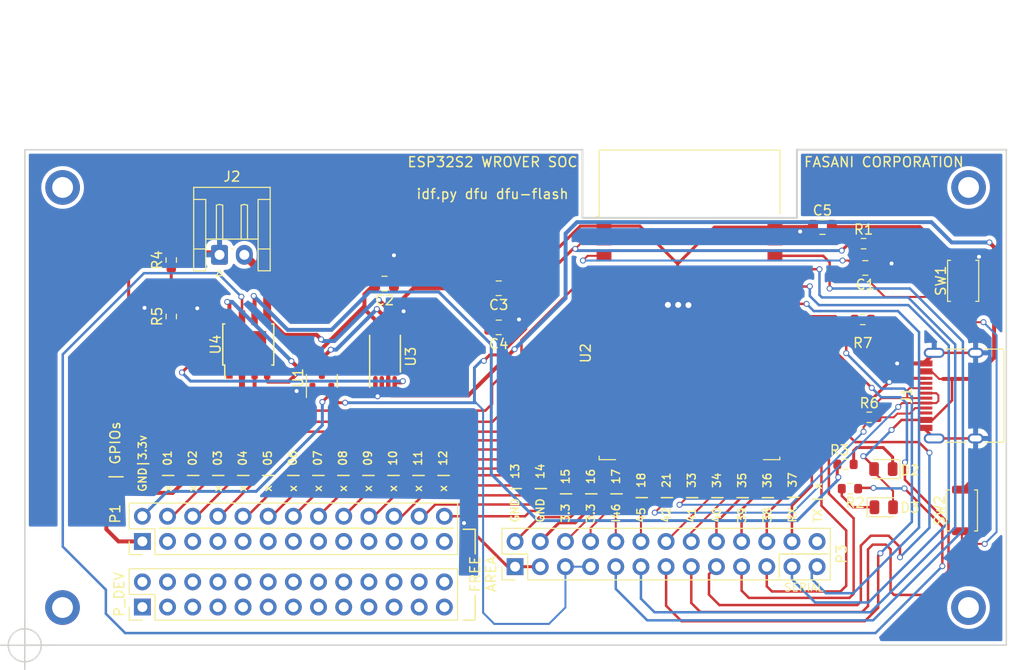
<source format=kicad_pcb>
(kicad_pcb (version 20211014) (generator pcbnew)
  (layers (0 "F.Cu" signal) (31 "B.Cu" signal) (34 "B.Paste" user) (35 "F.Paste" user) (36 "B.SilkS" user "B.Silkscreen") (37 "F.SilkS" user "F.Silkscreen") (38 "B.Mask" user) (39 "F.Mask" user) (44 "Edge.Cuts" user))
  (net 0 "")
  (net 1 "GND")
  (net 2 "Net-(J1-PadA6)")
  (net 3 "Net-(J1-PadB5)")
  (net 5 "Net-(J1-PadA7)")
  (net 6 "Net-(J1-PadA5)")
  (net 8 "VBUS")
  (net 9 "VIN")
  (net 10 "BAT+")
  (net 11 "Net-(R4-Pad1)")
  (net 13 "BOOT_MODE")
  (net 14 "Net-(C5-Pad2)")
  (net 15 "Net-(R5-Pad1)")
  (net 16 "Net-(R2-Pad2)")
  (net 17 "Net-(R3-Pad2)")
  (net 19 "Net-(D3-Pad1)")
  (net 20 "Net-(D2-Pad1)")
  (net 21 "/3.3v")
  (net 22 "/IO01")
  (net 23 "/IO02")
  (net 24 "/IO03")
  (net 25 "/IO04")
  (net 26 "/IO05")
  (net 27 "/IO06")
  (net 28 "/IO07")
  (net 29 "/IO08")
  (net 30 "/IO09")
  (net 31 "/IO10")
  (net 32 "/IO11")
  (net 33 "/IO12")
  (net 34 "/IO13")
  (net 35 "/IO14")
  (net 36 "/IO15")
  (net 37 "/IO16")
  (net 38 "/IO17")
  (net 39 "/IO18")
  (net 40 "/IO21")
  (net 42 "/IO33")
  (net 43 "/IO34")
  (net 44 "/IO35")
  (net 45 "/IO36")
  (net 46 "/IO37")
  (net 47 "/IO38")
  (net 48 "/IO39")
  (net 49 "/IO40")
  (net 50 "/IO41")
  (net 51 "/IO42")
  (net 52 "/TX")
  (net 53 "/RX")
  (net 54 "/IO45")
  (net 55 "/IO46")
  (footprint "Mounting_Holes:MountingHole_3-5mm" (layer "F.Cu") (at 191.76 117.33)
    (fp_text reference "MK2" hide)
    (fp_text value "Mounting_Hole" hide)
  )
  (footprint "Mounting_Holes:MountingHole_3-5mm" (layer "F.Cu") (at 100.32 117.33)
    (fp_text reference "MK1" hide)
    (fp_text value "Mounting_Hole" hide)
  )
  (footprint "Mounting_Holes:MountingHole_3-5mm" (layer "F.Cu") (at 100.33 74.93)
    (fp_text reference "MK2" hide)
    (fp_text value "Mounting_Hole" hide)
  )
  (footprint "Mounting_Holes:MountingHole_3-5mm" (layer "F.Cu") (at 191.77 74.93)
    (fp_text reference "MK3" hide)
    (fp_text value "Mounting_Hole" hide)
  )
  (footprint "RF_Module:ESP32-S2-WROVER" (layer "F.Cu") (at 163.6 90.605)
    (fp_text reference "U2")
    (fp_text value "ESP32-S2-WROVER")
  )
  (footprint "Resistor_SMD:R_0603_1608Metric" (layer "F.Cu") (at 179.345 102.88 180)
    (fp_text reference "R2")
    (fp_text value "1K")
  )
  (footprint "Resistor_SMD:R_0603_1608Metric" (layer "F.Cu") (at 181.0875 88.255 180)
    (fp_text reference "R7")
    (fp_text value "5.1k")
  )
  (footprint "footprint:Alps_SKRK" (layer "F.Cu") (at 191.095 107.53 90)
    (fp_text reference "SW2")
    (fp_text value "BOOT")
  )
  (footprint "LED_SMD:LED_0805_2012Metric" (layer "F.Cu") (at 183.2075 107.205)
    (fp_text reference "D3")
    (fp_text value "RED")
  )
  (footprint "Resistor_SMD:R_0603_1608Metric" (layer "F.Cu") (at 111.295 82.255 90)
    (fp_text reference "R4")
    (fp_text value "400")
  )
  (footprint "Capacitor_SMD:C_0805_2012Metric" (layer "F.Cu") (at 144.345 89.055 180)
    (fp_text reference "C4")
    (fp_text value "100nF")
  )
  (footprint "TP4056:TP4056_SOP-8-PP" (layer "F.Cu") (at 119.07 90.78 90)
    (fp_text reference "U4")
    (fp_text value "TP4056")
  )
  (footprint "Package_TO_SOT_SMD:SOT-23" (layer "F.Cu") (at 126.495 94.455 90)
    (fp_text reference "U1")
    (fp_text value "MCP1700-1202E_SOT23")
  )
  (footprint "LED_SMD:LED_0805_2012Metric" (layer "F.Cu") (at 183.1675 103.355 180)
    (fp_text reference "D2")
    (fp_text value "GRE")
  )
  (footprint "Resistor_SMD:R_0603_1608Metric" (layer "F.Cu") (at 181.745 98.13)
    (fp_text reference "R6")
    (fp_text value "5.1k")
  )
  (footprint "Capacitor_SMD:C_0805_2012Metric" (layer "F.Cu") (at 181.345 83.055 180)
    (fp_text reference "C1")
    (fp_text value "0.1u")
  )
  (footprint "Resistor_SMD:R_0603_1608Metric" (layer "F.Cu") (at 181.17 80.605)
    (fp_text reference "R1")
    (fp_text value "10K")
  )
  (footprint "Connector_JST:JST_EH_S2B-EH_1x02_P2.50mm_Horizontal" (layer "F.Cu") (at 116.17 81.73)
    (fp_text reference "J2")
    (fp_text value "Jack-DC")
  )
  (footprint "footprint:Alps_SKRK" (layer "F.Cu") (at 191.22 84.355 90)
    (fp_text reference "SW1")
    (fp_text value "RESET")
  )
  (footprint "Connector_PinHeader_2.54mm:PinHeader_2x13_P2.54mm_Vertical" (layer "F.Cu") (at 108.38 117.28 90)
    (fp_text reference "P_DEV")
    (fp_text value "CONN_02X13")
  )
  (footprint "footprint:USB_C_Receptacle_HRO_TYPE-C-31-M-12" (layer "F.Cu") (at 191.43 95.9425 90)
    (fp_text reference "J1")
    (fp_text value "USB_C_Receptacle_USB2.0")
  )
  (footprint "Connector_PinHeader_2.54mm:PinHeader_2x13_P2.54mm_Vertical" (layer "F.Cu") (at 108.38 110.655 90)
    (fp_text reference "P1   | GPIOs")
    (fp_text value "CONN_02X13")
  )
  (footprint "Capacitor_SMD:C_0805_2012Metric" (layer "F.Cu") (at 132.82 84.63 180)
    (fp_text reference "C2")
    (fp_text value "100nF")
  )
  (footprint "Capacitor_SMD:C_0805_2012Metric" (layer "F.Cu") (at 177.02 78.93)
    (fp_text reference "C5")
    (fp_text value "0.1u")
  )
  (footprint "Resistor_SMD:R_0603_1608Metric" (layer "F.Cu") (at 111.295 87.955 90)
    (fp_text reference "R5")
    (fp_text value "6.8K")
  )
  (footprint "Connector_PinHeader_2.54mm:PinHeader_2x13_P2.54mm_Vertical" (layer "F.Cu") (at 146 113.205 90)
    (fp_text reference "P3")
    (fp_text value "CONN_02X13")
  )
  (footprint "Resistor_SMD:R_0603_1608Metric" (layer "F.Cu") (at 179.795 105.33)
    (fp_text reference "R3")
    (fp_text value "1K")
  )
  (footprint "Capacitor_SMD:C_0805_2012Metric" (layer "F.Cu") (at 144.345 85.105 180)
    (fp_text reference "C3")
    (fp_text value "100nF")
  )
  (footprint "footprint:TPS2113APW" (layer "F.Cu") (at 132.87 91.705 90)
    (fp_text reference "U3")
    (fp_text value "TPS2113APW" hide)
  )
  (gr_line (start 172.67 111.93) (end 172.67 114.33) (layer "F.SilkS") (width 0.15))
  (gr_line (start 110.12 109.33) (end 139.77 109.33) (layer "F.SilkS") (width 0.15))
  (gr_line (start 141.97 116.0925) (end 141.97 118.5675) (layer "F.SilkS") (width 0.15))
  (gr_line (start 141.97 109.43) (end 141.97 111.905) (layer "F.SilkS") (width 0.15))
  (gr_line (start 140.77 109.43) (end 141.97 109.43) (layer "F.SilkS") (width 0.15))
  (gr_line (start 177.595 111.93) (end 172.67 111.93) (layer "F.SilkS") (width 0.15))
  (gr_line (start 140.745 118.605) (end 141.945 118.605) (layer "F.SilkS") (width 0.15))
  (gr_line (start 174.445 71.12) (end 195.58 71.12) (layer "Edge.Cuts") (width 0.2))
  (gr_line (start 152.795 71.12) (end 96.52 71.12) (layer "Edge.Cuts") (width 0.15))
  (gr_line (start 96.52 121.12) (end 195.58 121.12) (layer "Edge.Cuts") (width 0.15))
  (gr_line (start 152.795 71.12) (end 152.795 78) (layer "Edge.Cuts") (width 0.2))
  (gr_line (start 152.795 78) (end 174.445 78) (layer "Edge.Cuts") (width 0.2))
  (gr_line (start 195.58 121.12) (end 195.58 71.12) (layer "Edge.Cuts") (width 0.15))
  (gr_line (start 96.52 71.12) (end 96.52 121.12) (layer "Edge.Cuts") (width 0.15))
  (gr_line (start 174.445 78) (end 174.445 71.12) (layer "Edge.Cuts") (width 0.2))
  (gr_text "x | 09" (at 131.138747 103.560953 90) (layer "F.SilkS") (effects (font (size 0.8 0.8))))
  (gr_text "x | 10" (at 133.66583 103.560953 90) (layer "F.SilkS") (effects (font (size 0.8 0.8))))
  (gr_text "RX | 37" (at 173.999163 106.218095 90) (layer "F.SilkS") (effects (font (size 0.8 0.8))))
  (gr_text "x | 01" (at 110.922083 103.560953 90) (layer "F.SilkS") (effects (font (size 0.8 0.8))))
  (gr_text "42 | 21" (at 161.269998 106.237143 90) (layer "F.SilkS") (effects (font (size 0.8 0.8))))
  (gr_text "3.3 | 16" (at 153.632499 106.046666 90) (layer "F.SilkS") (effects (font (size 0.8 0.8))))
  (gr_text "x | 07" (at 126.084581 103.560953 90) (layer "F.SilkS") (effects (font (size 0.8 0.8))))
  (gr_text "SERIAL" (at 175.145 115.305) (layer "F.SilkS") (effects (font (size 0.8 0.8) (thickness 0.1))))
  (gr_text "x | 03" (at 115.976249 103.560953 90) (layer "F.SilkS") (effects (font (size 0.8 0.8))))
  (gr_text "x | 02" (at 113.449166 103.560953 90) (layer "F.SilkS") (effects (font (size 0.8 0.8))))
  (gr_text "GND | 13" (at 145.995 105.78 90) (layer "F.SilkS") (effects (font (size 0.8 0.8))))
  (gr_text "GND | 14" (at 148.540833 105.78 90) (layer "F.SilkS") (effects (font (size 0.8 0.8))))
  (gr_text "3.3 | 15" (at 151.086666 106.046666 90) (layer "F.SilkS") (effects (font (size 0.8 0.8))))
  (gr_text "x | 08" (at 128.611664 103.560953 90) (layer "F.SilkS") (effects (font (size 0.8 0.8))))
  (gr_text "38 | 36" (at 171.45333 106.237143 90) (layer "F.SilkS") (effects (font (size 0.8 0.8))))
  (gr_text "39 | 35" (at 168.907497 106.237143 90) (layer "F.SilkS") (effects (font (size 0.8 0.8))))
  (gr_text "x | 12" (at 138.72 103.560953 90) (layer "F.SilkS") (effects (font (size 0.8 0.8))))
  (gr_text "ESP32S2 WROVER SOC\n\nidf.py dfu dfu-flash" (at 143.72 73.98) (layer "F.SilkS") (effects (font (size 1 1))))
  (gr_text "TX | x" (at 176.545 106.751428 90) (layer "F.SilkS") (effects (font (size 0.8 0.8))))
  (gr_text "FASANI CORPORATION" (at 183.22 72.37) (layer "F.SilkS") (effects (font (size 1 1))))
  (gr_text "x | 05" (at 121.030415 103.560953 90) (layer "F.SilkS") (effects (font (size 0.8 0.8))))
  (gr_text "45 | 18" (at 158.724165 106.237143 90) (layer "F.SilkS") (effects (font (size 0.8 0.8))))
  (gr_text "FREE\nAREA" (at 142.77 113.955 90) (layer "F.SilkS") (effects (font (size 1 1))))
  (gr_text "x | 04" (at 118.503332 103.560953 90) (layer "F.SilkS") (effects (font (size 0.8 0.8))))
  (gr_text "40 | 34" (at 166.361664 106.237143 90) (layer "F.SilkS") (effects (font (size 0.8 0.8))))
  (gr_text "x | 06" (at 123.557498 103.560953 90) (layer "F.SilkS") (effects (font (size 0.8 0.8))))
  (gr_text "GND|3.3v" (at 108.395 102.78 90) (layer "F.SilkS") (effects (font (size 0.8 0.8))))
  (gr_text "41 | 33" (at 163.815831 106.237143 90) (layer "F.SilkS") (effects (font (size 0.8 0.8))))
  (gr_text "x | 11" (at 136.192913 103.560953 90) (layer "F.SilkS") (effects (font (size 0.8 0.8))))
  (gr_text "I46 | 17" (at 156.178332 106.046666 90) (layer "F.SilkS") (effects (font (size 0.8 0.8))))
  (target plus (at 96.51 121.14) (size 5) (width 0.15) (layer "Edge.Cuts"))
  (segment (start 117.165 93.48) (end 114.245 93.48) (width 0.3) (layer "F.Cu") (net 1))
  (segment (start 188.3 100.2625) (end 192.48 100.2625) (width 0.25) (layer "F.Cu") (net 1))
  (segment (start 145.245 113.205) (end 140.845 108.805) (width 0.3) (layer "F.Cu") (net 1))
  (segment (start 180.92 98.13) (end 180.92 97.405) (width 0.3) (layer "F.Cu") (net 1))
  (segment (start 180.92 97.405) (end 183.77 94.555) (width 0.3) (layer "F.Cu") (net 1))
  (segment (start 162.41 90.37) (end 170.35 98.31) (width 0.25) (layer "F.Cu") (net 1))
  (segment (start 184.2075 92.6925) (end 184.5575 92.6925) (width 0.4) (layer "F.Cu") (net 1))
  (segment (start 181.9125 90.3975) (end 184.2075 92.6925) (width 0.4) (layer "F.Cu") (net 1))
  (segment (start 154.975 78.83) (end 158.595 78.83) (width 0.3) (layer "F.Cu") (net 1))
  (segment (start 111.445 105.755) (end 105.695 105.755) (width 0.4) (layer "F.Cu") (net 1))
  (segment (start 192.48 91.6225) (end 188.3 91.6225) (width 0.25) (layer "F.Cu") (net 1))
  (segment (start 145.295 85.105) (end 145.295 89.055) (width 0.3) (layer "F.Cu") (net 1))
  (segment (start 106.995 81.88) (end 106.995 86.58) (width 0.3) (layer "F.Cu") (net 1))
  (segment (start 191.22 82.255) (end 192.495 82.255) (width 0.4) (layer "F.Cu") (net 1))
  (segment (start 111.295 81.43) (end 107.445 81.43) (width 0.3) (layer "F.Cu") (net 1))
  (segment (start 146 113.205) (end 145.245 113.205) (width 0.3) (layer "F.Cu") (net 1))
  (segment (start 116.17 81.73) (end 115.87 81.43) (width 0.3) (layer "F.Cu") (net 1))
  (segment (start 158.595 78.83) (end 162.41 82.645) (width 0.3) (layer "F.Cu") (net 1))
  (segment (start 146.295 85.105) (end 152.57 78.83) (width 0.3) (layer "F.Cu") (net 1))
  (segment (start 123.945 95.48) (end 122.795 96.63) (width 0.4) (layer "F.Cu") (net 1))
  (segment (start 105.97 110.655) (end 108.38 110.655) (width 0.4) (layer "F.Cu") (net 1))
  (segment (start 187.385 99.1925) (end 187.385 99.3475) (width 0.3) (layer "F.Cu") (net 1))
  (segment (start 111.295 87.13) (end 108.645 87.13) (width 0.4) (layer "F.Cu") (net 1))
  (segment (start 172.225 78.93) (end 176.07 78.93) (width 0.4) (layer "F.Cu") (net 1))
  (segment (start 187.385 92.6925) (end 187.385 92.5375) (width 0.4) (layer "F.Cu") (net 1))
  (segment (start 192.48 100.2625) (end 192.48 104.045) (width 0.25) (layer "F.Cu") (net 1))
  (segment (start 162.41 86.87) (end 162.41 90.37) (width 0.25) (layer "F.Cu") (net 1))
  (segment (start 120.52 96.68) (end 111.445 105.755) (width 0.4) (layer "F.Cu") (net 1))
  (segment (start 107.495 87.08) (end 108.595 87.08) (width 0.3) (layer "F.Cu") (net 1))
  (segment (start 115.87 81.43) (end 111.295 81.43) (width 0.3) (layer "F.Cu") (net 1))
  (segment (start 175.22 78.93) (end 174.77 79.38) (width 0.4) (layer "F.Cu") (net 1))
  (segment (start 104.745 109.43) (end 105.97 110.655) (width 0.4) (layer "F.Cu") (net 1))
  (segment (start 122.795 96.63) (end 122.795 96.68) (width 0.4) (layer "F.Cu") (net 1))
  (segment (start 133.845002 88.329998) (end 134.745 87.43) (width 0.3) (layer "F.Cu") (net 1))
  (segment (start 162.41 82.645) (end 166.125 78.93) (width 0.3) (layer "F.Cu") (net 1))
  (segment (start 170.35 98.31) (end 170.35 102.08) (width 0.25) (layer "F.Cu") (net 1))
  (segment (start 113.92 93.155) (end 113.92 87.13) (width 0.3) (layer "F.Cu") (net 1))
  (segment (start 187.385 99.3475) (end 188.3 100.2625) (width 0.3) (layer "F.Cu") (net 1))
  (segment (start 105.695 105.755) (end 104.745 106.705) (width 0.4) (layer "F.Cu") (net 1))
  (segment (start 145.57 89.08) (end 146.395 88.255) (width 0.3) (layer "F.Cu") (net 1))
  (segment (start 125.545 95.405) (end 124.27 96.68) (width 0.4) (layer "F.Cu") (net 1))
  (segment (start 120.52 96.68) (end 119.705 95.865) (width 0.4) (layer "F.Cu") (net 1))
  (segment (start 106.995 86.58) (end 107.495 87.08) (width 0.3) (layer "F.Cu") (net 1))
  (segment (start 181.9125 88.255) (end 181.9125 90.3975) (width 0.4) (layer "F.Cu") (net 1))
  (segment (start 182.295 83.055) (end 183.545 83.055) (width 0.4) (layer "F.Cu") (net 1))
  (segment (start 132.545002 94.655002) (end 132.545002 95.579998) (width 0.4) (layer "F.Cu") (net 1))
  (segment (start 114.245 93.48) (end 113.92 93.155) (width 0.3) (layer "F.Cu") (net 1))
  (segment (start 125.545 95.3925) (end 125.545 95.405) (width 0.4) (layer "F.Cu") (net 1))
  (segment (start 132.545002 95.579998) (end 132.12 96.005) (width 0.4) (layer "F.Cu") (net 1))
  (segment (start 192.495 82.255) (end 192.82 81.93) (width 0.4) (layer "F.Cu") (net 1))
  (segment (start 119.705 95.865) (end 119.705 93.48) (width 0.4) (layer "F.Cu") (net 1))
  (segment (start 145.295 85.105) (end 146.295 85.105) (width 0.3) (layer "F.Cu") (net 1))
  (segment (start 176.07 78.93) (end 175.22 78.93) (width 0.4) (layer "F.Cu") (net 1))
  (segment (start 124.27 96.68) (end 122.795 96.68) (width 0.4) (layer "F.Cu") (net 1))
  (segment (start 107.445 81.43) (end 106.995 81.88) (width 0.3) (layer "F.Cu") (net 1))
  (segment (start 162.41 82.645) (end 162.41 86.87) (width 0.3) (layer "F.Cu") (net 1))
  (segment (start 122.795 96.68) (end 120.52 96.68) (width 0.4) (layer "F.Cu") (net 1))
  (segment (start 183.545 83.055) (end 183.995 82.605) (width 0.4) (layer "F.Cu") (net 1))
  (segment (start 133.77 84.63) (end 133.77 81.78) (width 0.3) (layer "F.Cu") (net 1))
  (segment (start 166.125 78.93) (end 172.225 78.93) (width 0.3) (layer "F.Cu") (net 1))
  (segment (start 184.5575 92.6925) (end 187.385 92.6925) (width 0.4) (layer "F.Cu") (net 1))
  (segment (start 152.57 78.83) (end 154.975 78.83) (width 0.3) (layer "F.Cu") (net 1))
  (segment (start 108.645 87.13) (end 108.595 87.08) (width 0.4) (layer "F.Cu") (net 1))
  (segment (start 104.745 106.705) (end 104.745 109.43) (width 0.4) (layer "F.Cu") (net 1))
  (segment (start 192.48 104.045) (end 191.095 105.43) (width 0.25) (layer "F.Cu") (net 1))
  (segment (start 148.54 113.205) (end 146 113.205) (width 0.3) (layer "F.Cu") (net 1))
  (segment (start 187.385 92.5375) (end 188.3 91.6225) (width 0.4) (layer "F.Cu") (net 1))
  (via (at 132.12 96.005) (size 0.6) (drill 0.4) (layers "F.Cu" "B.Cu") (net 1))
  (via (at 161.42 86.78) (size 0.8) (drill 0.6) (layers "F.Cu" "B.Cu") (net 1))
  (via (at 133.77 81.78) (size 0.6) (drill 0.4) (layers "F.Cu" "B.Cu") (net 1))
  (via (at 140.845 108.805) (size 0.6) (drill 0.4) (layers "F.Cu" "B.Cu") (net 1))
  (via (at 123.945 95.48) (size 0.6) (drill 0.4) (layers "F.Cu" "B.Cu") (net 1))
  (via (at 113.92 87.13) (size 0.6) (drill 0.4) (layers "F.Cu" "B.Cu") (net 1))
  (via (at 192.82 81.93) (size 0.6) (drill 0.4) (layers "F.Cu" "B.Cu") (net 1))
  (via (at 174.77 79.38) (size 0.6) (drill 0.4) (layers "F.Cu" "B.Cu") (net 1))
  (via (at 146.395 88.255) (size 0.6) (drill 0.4) (layers "F.Cu" "B.Cu") (net 1))
  (via (at 183.77 94.555) (size 0.6) (drill 0.4) (layers "F.Cu" "B.Cu") (net 1))
  (via (at 108.595 87.08) (size 0.6) (drill 0.4) (layers "F.Cu" "B.Cu") (net 1))
  (via (at 162.4575 86.78) (size 0.8) (drill 0.6) (layers "F.Cu" "B.Cu") (net 1))
  (via (at 183.995 82.605) (size 0.6) (drill 0.4) (layers "F.Cu" "B.Cu") (net 1))
  (via (at 134.745 87.43) (size 0.6) (drill 0.4) (layers "F.Cu" "B.Cu") (net 1))
  (via (at 184.5575 92.6925) (size 0.6) (drill 0.4) (layers "F.Cu" "B.Cu") (net 1))
  (via (at 163.495 86.805) (size 0.8) (drill 0.6) (layers "F.Cu" "B.Cu") (net 1))
  (segment (start 113.92 87.13) (end 108.645 87.13) (width 0.3) (layer "B.Cu") (net 1))
  (segment (start 132.12 96.005) (end 129.595 96.005) (width 0.4) (layer "B.Cu") (net 1))
  (segment (start 129.445 95.855) (end 129.07 95.48) (width 0.4) (layer "B.Cu") (net 1))
  (segment (start 129.595 96.005) (end 129.445 95.855) (width 0.4) (layer "B.Cu") (net 1))
  (segment (start 183.77 94.555) (end 184.5575 93.7675) (width 0.3) (layer "B.Cu") (net 1))
  (segment (start 184.5575 93.7675) (end 184.5575 92.6925) (width 0.3) (layer "B.Cu") (net 1))
  (segment (start 129.07 95.48) (end 123.945 95.48) (width 0.4) (layer "B.Cu") (net 1))
  (segment (start 108.645 87.13) (end 108.595 87.08) (width 0.3) (layer "B.Cu") (net 1))
  (segment (start 182.9575 96.1925) (end 185.5825 96.1925) (width 0.2) (layer "F.Cu") (net 2))
  (segment (start 181.745 97.405) (end 182.9575 96.1925) (width 0.2) (layer "F.Cu") (net 2))
  (segment (start 165.85 102.08) (end 165.85 103.7) (width 0.2) (layer "F.Cu") (net 2))
  (segment (start 185.8075 95.1925) (end 185.5825 95.4175) (width 0.2) (layer "F.Cu") (net 2))
  (segment (start 187.385 95.1925) (end 185.8075 95.1925) (width 0.2) (layer "F.Cu") (net 2))
  (segment (start 185.5825 95.4175) (end 185.5825 96.1925) (width 0.2) (layer "F.Cu") (net 2))
  (segment (start 181.17 99.105) (end 181.745 98.53) (width 0.2) (layer "F.Cu") (net 2))
  (segment (start 185.5825 96.1925) (end 187.385 96.1925) (width 0.2) (layer "F.Cu") (net 2))
  (segment (start 181.17 99.58) (end 181.17 99.105) (width 0.2) (layer "F.Cu") (net 2))
  (segment (start 165.85 103.7) (end 162.595 106.955) (width 0.2) (layer "F.Cu") (net 2))
  (segment (start 181.745 98.53) (end 181.745 97.405) (width 0.2) (layer "F.Cu") (net 2))
  (via (at 162.595 106.955) (size 0.6) (drill 0.4) (layers "F.Cu" "B.Cu") (net 2))
  (via (at 181.17 99.58) (size 0.6) (drill 0.4) (layers "F.Cu" "B.Cu") (net 2))
  (segment (start 162.595 106.955) (end 173.795 106.955) (width 0.2) (layer "B.Cu") (net 2))
  (segment (start 173.795 106.955) (end 181.17 99.58) (width 0.2) (layer "B.Cu") (net 2))
  (segment (start 187.385 94.1925) (end 184.5825 94.1925) (width 0.3) (layer "F.Cu") (net 3))
  (segment (start 184.5825 94.1925) (end 180.2625 89.8725) (width 0.3) (layer "F.Cu") (net 3))
  (segment (start 180.2625 89.8725) (end 180.2625 88.255) (width 0.3) (layer "F.Cu") (net 3))
  (segment (start 188.72 95.905) (end 188.72 96.48) (width 0.2) (layer "F.Cu") (net 5))
  (segment (start 188.72 96.48) (end 188.5075 96.6925) (width 0.2) (layer "F.Cu") (net 5))
  (segment (start 187.385 95.6925) (end 188.5075 95.6925) (width 0.2) (layer "F.Cu") (net 5))
  (segment (start 188.5075 96.6925) (end 187.385 96.6925) (width 0.2) (layer "F.Cu") (net 5))
  (segment (start 164.35 102.08) (end 164.35 103.5) (width 0.2) (layer "F.Cu") (net 5))
  (segment (start 185.0575 96.6925) (end 184.67 97.08) (width 0.2) (layer "F.Cu") (net 5))
  (segment (start 164.35 103.5) (end 160.095 107.755) (width 0.2) (layer "F.Cu") (net 5))
  (segment (start 187.385 96.6925) (end 185.0575 96.6925) (width 0.2) (layer "F.Cu") (net 5))
  (segment (start 188.5075 95.6925) (end 188.72 95.905) (width 0.2) (layer "F.Cu") (net 5))
  (via (at 184.67 97.08) (size 0.6) (drill 0.4) (layers "F.Cu" "B.Cu") (net 5))
  (via (at 160.095 107.755) (size 0.6) (drill 0.4) (layers "F.Cu" "B.Cu") (net 5))
  (segment (start 160.095 107.755) (end 173.995 107.755) (width 0.2) (layer "B.Cu") (net 5))
  (segment (start 173.995 107.755) (end 184.67 97.08) (width 0.2) (layer "B.Cu") (net 5))
  (segment (start 184.595 97.755) (end 185.82 97.755) (width 0.2) (layer "F.Cu") (net 6))
  (segment (start 185.82 97.755) (end 186.3825 97.1925) (width 0.2) (layer "F.Cu") (net 6))
  (segment (start 182.57 98.13) (end 184.22 98.13) (width 0.2) (layer "F.Cu") (net 6))
  (segment (start 186.3825 97.1925) (end 187.385 97.1925) (width 0.2) (layer "F.Cu") (net 6))
  (segment (start 184.22 98.13) (end 184.595 97.755) (width 0.2) (layer "F.Cu") (net 6))
  (segment (start 185.0075 98.3925) (end 183.995 99.405) (width 0.25) (layer "F.Cu") (net 8))
  (segment (start 141.27 95.93) (end 145.945 91.255) (width 0.4) (layer "F.Cu") (net 8))
  (segment (start 120.975 93.48) (end 120.975 94.435) (width 0.4) (layer "F.Cu") (net 8))
  (segment (start 117.165 86.7) (end 116.945 86.48) (width 0.4) (layer "F.Cu") (net 8))
  (segment (start 117.165 88.08) (end 117.165 86.7) (width 0.4) (layer "F.Cu") (net 8))
  (segment (start 133.52 95.93) (end 141.27 95.93) (width 0.4) (layer "F.Cu") (net 8))
  (segment (start 187.385 98.3925) (end 185.0075 98.3925) (width 0.25) (layer "F.Cu") (net 8))
  (segment (start 182.23 103.355) (end 182.23 103.665) (width 0.2) (layer "F.Cu") (net 8))
  (segment (start 123.42 92.455) (end 124.3075 93.3425) (width 0.4) (layer "F.Cu") (net 8))
  (segment (start 133.195001 94.655002) (end 133.195001 95.605001) (width 0.4) (layer "F.Cu") (net 8))
  (segment (start 123.17 94.53) (end 124.3575 93.3425) (width 0.4) (layer "F.Cu") (net 8))
  (segment (start 184.145 105.58) (end 184.145 107.205) (width 0.2) (layer "F.Cu") (net 8))
  (segment (start 120.975 94.435) (end 121.07 94.53) (width 0.4) (layer "F.Cu") (net 8))
  (segment (start 188.795 94.255) (end 189.195 94.255) (width 0.2) (layer "F.Cu") (net 8))
  (segment (start 190.095 94.255) (end 189.195 94.255) (width 0.4) (layer "F.Cu") (net 8))
  (segment (start 190.245 94.255) (end 190.095 94.255) (width 0.4) (layer "F.Cu") (net 8))
  (segment (start 187.385 93.4925) (end 188.0325 93.4925) (width 0.2) (layer "F.Cu") (net 8))
  (segment (start 121.07 94.53) (end 123.17 94.53) (width 0.4) (layer "F.Cu") (net 8))
  (segment (start 188.0325 93.4925) (end 188.795 94.255) (width 0.2) (layer "F.Cu") (net 8))
  (segment (start 194.345 80.955) (end 193.87 80.48) (width 0.4) (layer "F.Cu") (net 8))
  (segment (start 131.895001 88.755001) (end 131.895001 88.305001) (width 0.4) (layer "F.Cu") (net 8))
  (segment (start 182.23 103.14) (end 182.23 103.355) (width 0.25) (layer "F.Cu") (net 8))
  (segment (start 131.895001 88.755001) (end 131.895001 91.030001) (width 0.4) (layer "F.Cu") (net 8))
  (segment (start 130.795 86.905) (end 130.795 85.705) (width 0.4) (layer "F.Cu") (net 8))
  (segment (start 188.1325 98.3925) (end 190.095 96.43) (width 0.25) (layer "F.Cu") (net 8))
  (segment (start 194.345 92.105) (end 192.195 94.255) (width 0.4) (layer "F.Cu") (net 8))
  (segment (start 187.385 98.3925) (end 188.1325 98.3925) (width 0.25) (layer "F.Cu") (net 8))
  (segment (start 124.3575 93.3425) (end 130.795 86.905) (width 0.4) (layer "F.Cu") (net 8))
  (segment (start 190.095 96.43) (end 190.095 94.255) (width 0.25) (layer "F.Cu") (net 8))
  (segment (start 181.145 102.055) (end 182.23 103.14) (width 0.25) (layer "F.Cu") (net 8))
  (segment (start 130.795 87.205) (end 130.795 86.905) (width 0.4) (layer "F.Cu") (net 8))
  (segment (start 130.795 85.705) (end 131.87 84.63) (width 0.4) (layer "F.Cu") (net 8))
  (segment (start 182.23 103.665) (end 184.145 105.58) (width 0.2) (layer "F.Cu") (net 8))
  (segment (start 194.345 92.105) (end 194.345 80.955) (width 0.4) (layer "F.Cu") (net 8))
  (segment (start 133.195001 92.330001) (end 133.195001 94.655002) (width 0.4) (layer "F.Cu") (net 8))
  (segment (start 131.895001 91.030001) (end 133.195001 92.330001) (width 0.4) (layer "F.Cu") (net 8))
  (segment (start 133.195001 95.605001) (end 133.52 95.93) (width 0.4) (layer "F.Cu") (net 8))
  (segment (start 192.195 94.255) (end 190.245 94.255) (width 0.4) (layer "F.Cu") (net 8))
  (segment (start 124.3075 93.3425) (end 124.3575 93.3425) (width 0.4) (layer "F.Cu") (net 8))
  (segment (start 131.895001 88.305001) (end 130.795 87.205) (width 0.4) (layer "F.Cu") (net 8))
  (via (at 181.145 102.055) (size 0.6) (drill 0.4) (layers "F.Cu" "B.Cu") (net 8))
  (via (at 116.945 86.48) (size 0.6) (drill 0.4) (layers "F.Cu" "B.Cu") (net 8))
  (via (at 193.87 80.48) (size 0.6) (drill 0.4) (layers "F.Cu" "B.Cu") (net 8))
  (via (at 123.42 92.455) (size 0.6) (drill 0.4) (layers "F.Cu" "B.Cu") (net 8))
  (via (at 183.995 99.405) (size 0.6) (drill 0.4) (layers "F.Cu" "B.Cu") (net 8))
  (via (at 145.945 91.255) (size 0.6) (drill 0.4) (layers "F.Cu" "B.Cu") (net 8))
  (segment (start 152.245 78.43) (end 188.02 78.43) (width 0.4) (layer "B.Cu") (net 8))
  (segment (start 181.345 102.055) (end 181.145 102.055) (width 0.25) (layer "B.Cu") (net 8))
  (segment (start 117.445 86.48) (end 123.42 92.455) (width 0.4) (layer "B.Cu") (net 8))
  (segment (start 151.095 86.105) (end 151.095 79.58) (width 0.4) (layer "B.Cu") (net 8))
  (segment (start 145.945 91.255) (end 151.095 86.105) (width 0.4) (layer "B.Cu") (net 8))
  (segment (start 116.945 86.48) (end 117.445 86.48) (width 0.4) (layer "B.Cu") (net 8))
  (segment (start 190.07 80.48) (end 193.87 80.48) (width 0.4) (layer "B.Cu") (net 8))
  (segment (start 183.995 99.405) (end 181.345 102.055) (width 0.25) (layer "B.Cu") (net 8))
  (segment (start 188.02 78.43) (end 190.07 80.48) (width 0.4) (layer "B.Cu") (net 8))
  (segment (start 151.095 79.58) (end 152.245 78.43) (width 0.4) (layer "B.Cu") (net 8))
  (segment (start 127.395 91.305) (end 126.495 92.205) (width 0.4) (layer "F.Cu") (net 9))
  (segment (start 132.545002 87.705002) (end 132.045 87.205) (width 0.4) (layer "F.Cu") (net 9))
  (segment (start 132.545002 88.755001) (end 132.545002 87.705002) (width 0.4) (layer "F.Cu") (net 9))
  (segment (start 126.495 92.205) (end 126.495 93.5175) (width 0.4) (layer "F.Cu") (net 9))
  (via (at 127.395 91.305) (size 0.6) (drill 0.4) (layers "F.Cu" "B.Cu") (net 9))
  (via (at 132.045 87.205) (size 0.6) (drill 0.4) (layers "F.Cu" "B.Cu") (net 9))
  (segment (start 132.045 87.205) (end 127.945 91.305) (width 0.4) (layer "B.Cu") (net 9))
  (segment (start 127.945 91.305) (end 127.395 91.305) (width 0.4) (layer "B.Cu") (net 9))
  (segment (start 135.72 85.105) (end 143.395 85.105) (width 0.4) (layer "F.Cu") (net 10))
  (segment (start 118.67 81.73) (end 120.975 84.035) (width 0.8) (layer "F.Cu") (net 10))
  (segment (start 133.22 87.255) (end 132.245 86.28) (width 0.4) (layer "F.Cu") (net 10))
  (segment (start 143.395 85.105) (end 143.395 89.055) (width 0.3) (layer "F.Cu") (net 10))
  (segment (start 120.975 84.035) (end 120.975 88.08) (width 0.8) (layer "F.Cu") (net 10))
  (segment (start 133.195001 88.755001) (end 133.22 88.730002) (width 0.4) (layer "F.Cu") (net 10))
  (segment (start 133.22 87.605) (end 135.72 85.105) (width 0.4) (layer "F.Cu") (net 10))
  (segment (start 125.97 89.805) (end 122.7 89.805) (width 0.4) (layer "F.Cu") (net 10))
  (segment (start 133.22 88.730002) (end 133.22 87.605) (width 0.4) (layer "F.Cu") (net 10))
  (segment (start 122.7 89.805) (end 120.975 88.08) (width 0.4) (layer "F.Cu") (net 10))
  (segment (start 133.22 87.605) (end 133.22 87.255) (width 0.4) (layer "F.Cu") (net 10))
  (segment (start 126.42 90.255) (end 125.97 89.805) (width 0.4) (layer "F.Cu") (net 10))
  (via (at 126.42 90.255) (size 0.6) (drill 0.4) (layers "F.Cu" "B.Cu") (net 10))
  (via (at 132.245 86.28) (size 0.6) (drill 0.4) (layers "F.Cu" "B.Cu") (net 10))
  (segment (start 131.92 86.28) (end 127.77 90.43) (width 0.4) (layer "B.Cu") (net 10))
  (segment (start 132.245 86.28) (end 131.92 86.28) (width 0.4) (layer "B.Cu") (net 10))
  (segment (start 127.77 90.43) (end 126.595 90.43) (width 0.4) (layer "B.Cu") (net 10))
  (segment (start 126.595 90.43) (end 126.42 90.255) (width 0.4) (layer "B.Cu") (net 10))
  (segment (start 112.92 86.98) (end 112.92 93.055) (width 0.3) (layer "F.Cu") (net 11))
  (segment (start 111.295 85.355) (end 112.92 86.98) (width 0.3) (layer "F.Cu") (net 11))
  (segment (start 112.92 93.055) (end 112.37 93.605) (width 0.3) (layer "F.Cu") (net 11))
  (segment (start 133.845002 94.655002) (end 134.494998 94.655002) (width 0.3) (layer "F.Cu") (net 11))
  (segment (start 134.494998 94.655002) (end 134.67 94.48) (width 0.3) (layer "F.Cu") (net 11))
  (segment (start 111.295 83.08) (end 111.295 85.355) (width 0.3) (layer "F.Cu") (net 11))
  (via (at 134.67 94.48) (size 0.6) (drill 0.4) (layers "F.Cu" "B.Cu") (net 11))
  (via (at 112.37 93.605) (size 0.6) (drill 0.4) (layers "F.Cu" "B.Cu") (net 11))
  (segment (start 134.67 94.48) (end 113.245 94.48) (width 0.3) (layer "B.Cu") (net 11))
  (segment (start 113.245 94.48) (end 112.37 93.605) (width 0.3) (layer "B.Cu") (net 11))
  (segment (start 187.895 85.98) (end 190.37 88.455) (width 0.2) (layer "F.Cu") (net 13))
  (segment (start 153.32 81.83) (end 152.845 82.305) (width 0.2) (layer "F.Cu") (net 13))
  (segment (start 183.32 85.98) (end 186.42 85.98) (width 0.2) (layer "F.Cu") (net 13))
  (segment (start 154.975 81.83) (end 153.32 81.83) (width 0.2) (layer "F.Cu") (net 13))
  (segment (start 179.045 82.305) (end 179.645 82.305) (width 0.2) (layer "F.Cu") (net 13))
  (segment (start 183.095 85.755) (end 183.32 85.98) (width 0.2) (layer "F.Cu") (net 13))
  (segment (start 182.195 84.855) (end 182.77 85.43) (width 0.2) (layer "F.Cu") (net 13))
  (segment (start 179.645 82.305) (end 180.395 83.055) (width 0.2) (layer "F.Cu") (net 13))
  (segment (start 193.395 110.905) (end 191.37 110.905) (width 0.2) (layer "F.Cu") (net 13))
  (segment (start 182.77 85.43) (end 183.095 85.755) (width 0.2) (layer "F.Cu") (net 13))
  (segment (start 186.42 85.98) (end 187.895 85.98) (width 0.2) (layer "F.Cu") (net 13))
  (segment (start 191.095 110.63) (end 191.095 109.63) (width 0.2) (layer "F.Cu") (net 13))
  (segment (start 180.495 83.155) (end 182.195 84.855) (width 0.2) (layer "F.Cu") (net 13))
  (segment (start 190.445 88.53) (end 193.27 88.53) (width 0.2) (layer "F.Cu") (net 13))
  (segment (start 180.395 83.055) (end 180.495 83.155) (width 0.2) (layer "F.Cu") (net 13))
  (segment (start 190.37 88.455) (end 190.445 88.53) (width 0.2) (layer "F.Cu") (net 13))
  (segment (start 191.37 110.905) (end 191.095 110.63) (width 0.2) (layer "F.Cu") (net 13))
  (via (at 179.045 82.305) (size 0.6) (drill 0.4) (layers "F.Cu" "B.Cu") (net 13))
  (via (at 193.27 88.53) (size 0.6) (drill 0.4) (layers "F.Cu" "B.Cu") (net 13))
  (via (at 193.395 110.905) (size 0.6) (drill 0.4) (layers "F.Cu" "B.Cu") (net 13))
  (via (at 152.845 82.305) (size 0.6) (drill 0.4) (layers "F.Cu" "B.Cu") (net 13))
  (segment (start 152.845 82.305) (end 179.045 82.305) (width 0.2) (layer "B.Cu") (net 13))
  (segment (start 194.595 109.705) (end 193.395 110.905) (width 0.2) (layer "B.Cu") (net 13))
  (segment (start 193.27 88.53) (end 194.595 89.855) (width 0.2) (layer "B.Cu") (net 13))
  (segment (start 194.595 89.855) (end 194.595 109.705) (width 0.2) (layer "B.Cu") (net 13))
  (segment (start 177.97 78.93) (end 181.645 78.93) (width 0.4) (layer "F.Cu") (net 14))
  (segment (start 188.62 84.13) (end 190.945 86.455) (width 0.4) (layer "F.Cu") (net 14))
  (segment (start 188.62 80.705) (end 188.62 84.13) (width 0.4) (layer "F.Cu") (net 14))
  (segment (start 181.645 80.255) (end 181.995 80.605) (width 0.4) (layer "F.Cu") (net 14))
  (segment (start 186.845 78.93) (end 188.62 80.705) (width 0.4) (layer "F.Cu") (net 14))
  (segment (start 181.645 78.93) (end 186.845 78.93) (width 0.4) (layer "F.Cu") (net 14))
  (segment (start 190.945 86.455) (end 191.22 86.455) (width 0.4) (layer "F.Cu") (net 14))
  (segment (start 172.225 80.33) (end 177.27 80.33) (width 0.4) (layer "F.Cu") (net 14))
  (segment (start 177.27 80.33) (end 177.97 79.63) (width 0.4) (layer "F.Cu") (net 14))
  (segment (start 181.645 78.93) (end 181.645 80.255) (width 0.4) (layer "F.Cu") (net 14))
  (segment (start 177.97 79.63) (end 177.97 78.93) (width 0.4) (layer "F.Cu") (net 14))
  (segment (start 112.845 97.255) (end 111.12 95.53) (width 0.6) (layer "F.Cu") (net 15))
  (segment (start 111.12 95.53) (end 111.12 88.955) (width 0.6) (layer "F.Cu") (net 15))
  (segment (start 111.12 88.955) (end 111.295 88.78) (width 0.6) (layer "F.Cu") (net 15))
  (segment (start 118.435 93.48) (end 118.435 96.49) (width 0.6) (layer "F.Cu") (net 15))
  (segment (start 118.435 96.49) (end 117.67 97.255) (width 0.6) (layer "F.Cu") (net 15))
  (segment (start 117.67 97.255) (end 112.845 97.255) (width 0.6) (layer "F.Cu") (net 15))
  (segment (start 119.705 85.965) (end 119.62 85.88) (width 0.4) (layer "F.Cu") (net 16))
  (segment (start 178.52 104.08) (end 178.62 104.18) (width 0.3) (layer "F.Cu") (net 16))
  (segment (start 178.52 102.88) (end 178.52 104.08) (width 0.3) (layer "F.Cu") (net 16))
  (segment (start 119.705 88.08) (end 119.705 85.965) (width 0.4) (layer "F.Cu") (net 16))
  (via (at 178.62 104.18) (size 0.6) (drill 0.4) (layers "F.Cu" "B.Cu") (net 16))
  (via (at 119.62 85.88) (size 0.6) (drill 0.4) (layers "F.Cu" "B.Cu") (net 16))
  (segment (start 119.62 85.88) (end 123.045 89.305) (width 0.4) (layer "B.Cu") (net 16))
  (segment (start 143.595 103.855) (end 143.595 90.78) (width 0.3) (layer "B.Cu") (net 16))
  (segment (start 174.47 108.555) (end 148.295 108.555) (width 0.3) (layer "B.Cu") (net 16))
  (segment (start 143.595 90.78) (end 138.295 85.48) (width 0.3) (layer "B.Cu") (net 16))
  (segment (start 138.295 85.48) (end 131.295 85.48) (width 0.3) (layer "B.Cu") (net 16))
  (segment (start 178.62 104.405) (end 174.47 108.555) (width 0.3) (layer "B.Cu") (net 16))
  (segment (start 127.47 89.305) (end 131.295 85.48) (width 0.4) (layer "B.Cu") (net 16))
  (segment (start 148.295 108.555) (end 143.595 103.855) (width 0.3) (layer "B.Cu") (net 16))
  (segment (start 178.62 104.18) (end 178.62 104.405) (width 0.3) (layer "B.Cu") (net 16))
  (segment (start 123.045 89.305) (end 127.47 89.305) (width 0.4) (layer "B.Cu") (net 16))
  (segment (start 189.12 109.13) (end 185.295 105.305) (width 0.25) (layer "F.Cu") (net 17))
  (segment (start 118.435 88.08) (end 118.435 86.02) (width 0.25) (layer "F.Cu") (net 17))
  (segment (start 180.695 105.255) (end 180.62 105.33) (width 0.25) (layer "F.Cu") (net 17))
  (segment (start 182.17 105.255) (end 180.695 105.255) (width 0.25) (layer "F.Cu") (net 17))
  (segment (start 189.12 113.155) (end 189.12 109.13) (width 0.25) (layer "F.Cu") (net 17))
  (segment (start 118.435 86.02) (end 118.37 85.955) (width 0.25) (layer "F.Cu") (net 17))
  (via (at 118.37 85.955) (size 0.6) (drill 0.4) (layers "F.Cu" "B.Cu") (net 17))
  (via (at 182.17 105.255) (size 0.6) (drill 0.4) (layers "F.Cu" "B.Cu") (net 17))
  (via (at 189.12 113.155) (size 0.6) (drill 0.4) (layers "F.Cu" "B.Cu") (net 17))
  (via (at 185.295 105.305) (size 0.6) (drill 0.4) (layers "F.Cu" "B.Cu") (net 17))
  (segment (start 108.545 83.58) (end 100.345 91.78) (width 0.25) (layer "B.Cu") (net 17))
  (segment (start 185.295 105.305) (end 182.22 105.305) (width 0.25) (layer "B.Cu") (net 17))
  (segment (start 100.345 91.78) (end 100.345 111.18) (width 0.25) (layer "B.Cu") (net 17))
  (segment (start 104.695 117.955) (end 106.645 119.905) (width 0.25) (layer "B.Cu") (net 17))
  (segment (start 115.995 83.58) (end 108.545 83.58) (width 0.25) (layer "B.Cu") (net 17))
  (segment (start 104.695 115.53) (end 104.695 117.955) (width 0.25) (layer "B.Cu") (net 17))
  (segment (start 182.22 105.305) (end 182.17 105.255) (width 0.25) (layer "B.Cu") (net 17))
  (segment (start 118.37 85.955) (end 116.545 84.13) (width 0.25) (layer "B.Cu") (net 17))
  (segment (start 100.345 111.18) (end 104.545 115.38) (width 0.25) (layer "B.Cu") (net 17))
  (segment (start 116.545 84.13) (end 115.995 83.58) (width 0.25) (layer "B.Cu") (net 17))
  (segment (start 182.37 119.905) (end 189.12 113.155) (width 0.25) (layer "B.Cu") (net 17))
  (segment (start 106.645 119.905) (end 182.37 119.905) (width 0.25) (layer "B.Cu") (net 17))
  (segment (start 104.545 115.38) (end 104.695 115.53) (width 0.25) (layer "B.Cu") (net 17))
  (segment (start 178.97 105.33) (end 178.97 106.055) (width 0.25) (layer "F.Cu") (net 19))
  (segment (start 178.97 106.055) (end 180.12 107.205) (width 0.25) (layer "F.Cu") (net 19))
  (segment (start 180.12 107.205) (end 182.27 107.205) (width 0.25) (layer "F.Cu") (net 19))
  (segment (start 183.145 101.18) (end 180.495 101.18) (width 0.3) (layer "F.Cu") (net 20))
  (segment (start 180.17 101.505) (end 180.17 102.88) (width 0.3) (layer "F.Cu") (net 20))
  (segment (start 184.105 103.355) (end 184.105 102.14) (width 0.3) (layer "F.Cu") (net 20))
  (segment (start 184.105 102.14) (end 183.145 101.18) (width 0.3) (layer "F.Cu") (net 20))
  (segment (start 180.495 101.18) (end 180.17 101.505) (width 0.3) (layer "F.Cu") (net 20))
  (segment (start 144.445 91.83) (end 147.07 89.205) (width 0.3) (layer "F.Cu") (net 21))
  (segment (start 180.345 80.605) (end 179.67 80.605) (width 0.3) (layer "F.Cu") (net 21))
  (segment (start 127.445 95.3925) (end 127.445 95.905) (width 0.3) (layer "F.Cu") (net 21))
  (segment (start 179.67 80.605) (end 178.97 81.305) (width 0.3) (layer "F.Cu") (net 21))
  (segment (start 127.445 95.905) (end 128.195 96.655) (width 0.3) (layer "F.Cu") (net 21))
  (segment (start 147.07 89.205) (end 147.07 85.905) (width 0.3) (layer "F.Cu") (net 21))
  (segment (start 152.87 80.33) (end 154.975 80.33) (width 0.2) (layer "F.Cu") (net 21))
  (segment (start 142.845 92.43) (end 143.445 91.83) (width 0.3) (layer "F.Cu") (net 21))
  (segment (start 151.845 81.13) (end 152.07 81.13) (width 0.3) (layer "F.Cu") (net 21))
  (segment (start 128.195 96.655) (end 128.845 96.655) (width 0.3) (layer "F.Cu") (net 21))
  (segment (start 147.07 85.905) (end 151.845 81.13) (width 0.3) (layer "F.Cu") (net 21))
  (segment (start 143.445 91.83) (end 144.445 91.83) (width 0.3) (layer "F.Cu") (net 21))
  (segment (start 127.445 95.3925) (end 127.445 95.68) (width 0.3) (layer "F.Cu") (net 21))
  (segment (start 152.07 81.13) (end 152.87 80.33) (width 0.2) (layer "F.Cu") (net 21))
  (segment (start 127.445 95.68) (end 126.545 96.58) (width 0.3) (layer "F.Cu") (net 21))
  (via (at 142.845 92.43) (size 0.6) (drill 0.4) (layers "F.Cu" "B.Cu") (net 21))
  (via (at 128.845 96.655) (size 0.6) (drill 0.4) (layers "F.Cu" "B.Cu") (net 21))
  (via (at 126.545 96.58) (size 0.6) (drill 0.4) (layers "F.Cu" "B.Cu") (net 21))
  (via (at 152.07 81.13) (size 0.6) (drill 0.4) (layers "F.Cu" "B.Cu") (net 21))
  (via (at 178.97 81.305) (size 0.6) (drill 0.4) (layers "F.Cu" "B.Cu") (net 21))
  (segment (start 119.87 105.605) (end 110.89 105.605) (width 0.3) (layer "B.Cu") (net 21))
  (segment (start 141.895 96.655) (end 141.895 93.13) (width 0.3) (layer "B.Cu") (net 21))
  (segment (start 143.895 118.98) (end 149.42 118.98) (width 0.2) (layer "B.Cu") (net 21))
  (segment (start 141.895 96.655) (end 141.995 96.655) (width 0.3) (layer "B.Cu") (net 21))
  (segment (start 151.08 117.32) (end 151.08 113.205) (width 0.2) (layer "B.Cu") (net 21))
  (segment (start 126.545 98.93) (end 119.87 105.605) (width 0.3) (layer "B.Cu") (net 21))
  (segment (start 149.42 118.98) (end 151.08 117.32) (width 0.2) (layer "B.Cu") (net 21))
  (segment (start 141.895 93.13) (end 142.595 92.43) (width 0.3) (layer "B.Cu") (net 21))
  (segment (start 126.545 96.58) (end 126.545 98.93) (width 0.3) (layer "B.Cu") (net 21))
  (segment (start 142.77 97.38) (end 142.77 117.855) (width 0.2) (layer "B.Cu") (net 21))
  (segment (start 142.595 92.43) (end 142.845 92.43) (width 0.3) (layer "B.Cu") (net 21))
  (segment (start 142.77 117.855) (end 143.895 118.98) (width 0.2) (layer "B.Cu") (net 21))
  (segment (start 142.02 96.63) (end 142.77 97.38) (width 0.2) (layer "B.Cu") (net 21))
  (segment (start 151.08 113.205) (end 153.62 113.205) (width 0.2) (layer "B.Cu") (net 21))
  (segment (start 152.245 81.305) (end 152.07 81.13) (width 0.3) (layer "B.Cu") (net 21))
  (segment (start 141.995 96.655) (end 142.02 96.63) (width 0.2) (layer "B.Cu") (net 21))
  (segment (start 110.89 105.605) (end 108.38 108.115) (width 0.3) (layer "B.Cu") (net 21))
  (segment (start 128.845 96.655) (end 141.895 96.655) (width 0.3) (layer "B.Cu") (net 21))
  (segment (start 178.97 81.305) (end 152.245 81.305) (width 0.3) (layer "B.Cu") (net 21))
  (segment (start 143.67 96.78) (end 143.67 94.905) (width 0.25) (layer "F.Cu") (net 22))
  (segment (start 110.92 108.115) (end 111.41 108.115) (width 0.25) (layer "F.Cu") (net 22))
  (segment (start 111.41 108.115) (end 122.07 97.455) (width 0.25) (layer "F.Cu") (net 22))
  (segment (start 153.645 83.33) (end 154.975 83.33) (width 0.25) (layer "F.Cu") (net 22))
  (segment (start 143.67 94.905) (end 146.645 91.93) (width 0.25) (layer "F.Cu") (net 22))
  (segment (start 122.07 97.455) (end 142.995 97.455) (width 0.25) (layer "F.Cu") (net 22))
  (segment (start 142.995 97.455) (end 143.67 96.78) (width 0.25) (layer "F.Cu") (net 22))
  (segment (start 146.645 90.33) (end 153.645 83.33) (width 0.25) (layer "F.Cu") (net 22))
  (segment (start 146.645 91.93) (end 146.645 90.33) (width 0.25) (layer "F.Cu") (net 22))
  (segment (start 153.545 84.83) (end 154.975 84.83) (width 0.25) (layer "F.Cu") (net 23))
  (segment (start 144.47 97.83) (end 144.47 95.58) (width 0.25) (layer "F.Cu") (net 23))
  (segment (start 113.46 108.115) (end 113.86 108.115) (width 0.25) (layer "F.Cu") (net 23))
  (segment (start 147.445 90.93) (end 153.545 84.83) (width 0.25) (layer "F.Cu") (net 23))
  (segment (start 143.72 98.58) (end 144.47 97.83) (width 0.25) (layer "F.Cu") (net 23))
  (segment (start 144.47 95.58) (end 147.445 92.605) (width 0.25) (layer "F.Cu") (net 23))
  (segment (start 147.445 92.605) (end 147.445 90.93) (width 0.25) (layer "F.Cu") (net 23))
  (segment (start 113.86 108.115) (end 123.395 98.58) (width 0.25) (layer "F.Cu") (net 23))
  (segment (start 123.395 98.58) (end 143.72 98.58) (width 0.25) (layer "F.Cu") (net 23))
  (segment (start 116.21 108.115) (end 124.745 99.58) (width 0.25) (layer "F.Cu") (net 24))
  (segment (start 145.47 96.13) (end 148.42 93.18) (width 0.25) (layer "F.Cu") (net 24))
  (segment (start 124.745 99.58) (end 144.97 99.58) (width 0.25) (layer "F.Cu") (net 24))
  (segment (start 148.42 91.68) (end 153.77 86.33) (width 0.25) (layer "F.Cu") (net 24))
  (segment (start 144.97 99.58) (end 145.47 99.08) (width 0.25) (layer "F.Cu") (net 24))
  (segment (start 148.42 93.18) (end 148.42 91.68) (width 0.25) (layer "F.Cu") (net 24))
  (segment (start 145.47 99.08) (end 145.47 96.13) (width 0.25) (layer "F.Cu") (net 24))
  (segment (start 153.77 86.33) (end 154.975 86.33) (width 0.25) (layer "F.Cu") (net 24))
  (segment (start 116 108.115) (end 116.21 108.115) (width 0.25) (layer "F.Cu") (net 24))
  (segment (start 146.37 96.73) (end 149.595 93.505) (width 0.25) (layer "F.Cu") (net 25))
  (segment (start 126.62 100.455) (end 145.82 100.455) (width 0.25) (layer "F.Cu") (net 25))
  (segment (start 149.595 93.505) (end 149.595 92.23) (width 0.25) (layer "F.Cu") (net 25))
  (segment (start 146.37 99.905) (end 146.37 96.73) (width 0.25) (layer "F.Cu") (net 25))
  (segment (start 118.96 108.115) (end 126.62 100.455) (width 0.25) (layer "F.Cu") (net 25))
  (segment (start 153.995 87.83) (end 154.975 87.83) (width 0.25) (layer "F.Cu") (net 25))
  (segment (start 145.82 100.455) (end 146.37 99.905) (width 0.25) (layer "F.Cu") (net 25))
  (segment (start 149.595 92.23) (end 153.995 87.83) (width 0.25) (layer "F.Cu") (net 25))
  (segment (start 128.17 101.38) (end 146.97 101.38) (width 0.25) (layer "F.Cu") (net 26))
  (segment (start 147.345 97.38) (end 150.47 94.255) (width 0.25) (layer "F.Cu") (net 26))
  (segment (start 147.345 101.005) (end 147.345 97.38) (width 0.25) (layer "F.Cu") (net 26))
  (segment (start 121.08 108.115) (end 121.36 108.115) (width 0.25) (layer "F.Cu") (net 26))
  (segment (start 146.97 101.38) (end 147.345 101.005) (width 0.25) (layer "F.Cu") (net 26))
  (segment (start 150.47 92.955) (end 154.095 89.33) (width 0.25) (layer "F.Cu") (net 26))
  (segment (start 150.47 94.255) (end 150.47 92.955) (width 0.25) (layer "F.Cu") (net 26))
  (segment (start 121.08 108.115) (end 121.435 108.115) (width 0.25) (layer "F.Cu") (net 26))
  (segment (start 154.095 89.33) (end 154.975 89.33) (width 0.25) (layer "F.Cu") (net 26))
  (segment (start 121.435 108.115) (end 128.17 101.38) (width 0.25) (layer "F.Cu") (net 26))
  (segment (start 148.195 102.13) (end 148.195 97.88) (width 0.25) (layer "F.Cu") (net 27))
  (segment (start 148.195 97.88) (end 151.27 94.805) (width 0.25) (layer "F.Cu") (net 27))
  (segment (start 154.045 90.83) (end 154.975 90.83) (width 0.25) (layer "F.Cu") (net 27))
  (segment (start 151.27 94.805) (end 151.27 93.605) (width 0.25) (layer "F.Cu") (net 27))
  (segment (start 151.27 93.605) (end 154.045 90.83) (width 0.25) (layer "F.Cu") (net 27))
  (segment (start 123.62 108.115) (end 129.355 102.38) (width 0.25) (layer "F.Cu") (net 27))
  (segment (start 129.355 102.38) (end 147.945 102.38) (width 0.25) (layer "F.Cu") (net 27))
  (segment (start 147.945 102.38) (end 148.195 102.13) (width 0.25) (layer "F.Cu") (net 27))
  (segment (start 148.97 102.73) (end 148.395 103.305) (width 0.25) (layer "F.Cu") (net 28))
  (segment (start 154.975 92.33) (end 153.62 92.33) (width 0.25) (layer "F.Cu") (net 28))
  (segment (start 153.62 92.33) (end 151.82 94.13) (width 0.25) (layer "F.Cu") (net 28))
  (segment (start 148.97 98.405) (end 148.97 102.73) (width 0.25) (layer "F.Cu") (net 28))
  (segment (start 151.82 94.13) (end 151.82 95.555) (width 0.25) (layer "F.Cu") (net 28))
  (segment (start 148.395 103.305) (end 130.97 103.305) (width 0.25) (layer "F.Cu") (net 28))
  (segment (start 151.82 95.555) (end 148.97 98.405) (width 0.25) (layer "F.Cu") (net 28))
  (segment (start 130.97 103.305) (end 126.16 108.115) (width 0.25) (layer "F.Cu") (net 28))
  (segment (start 153.37 93.83) (end 154.975 93.83) (width 0.25) (layer "F.Cu") (net 29))
  (segment (start 152.47 95.905) (end 152.47 94.73) (width 0.25) (layer "F.Cu") (net 29))
  (segment (start 153.37 93.83) (end 152.47 94.73) (width 0.25) (layer "F.Cu") (net 29))
  (segment (start 149.67 103.48) (end 149.67 98.705) (width 0.25) (layer "F.Cu") (net 29))
  (segment (start 132.835 103.98) (end 128.7 108.115) (width 0.25) (layer "F.Cu") (net 29))
  (segment (start 149.17 103.98) (end 149.67 103.48) (width 0.25) (layer "F.Cu") (net 29))
  (segment (start 149.67 98.705) (end 152.47 95.905) (width 0.25) (layer "F.Cu") (net 29))
  (segment (start 132.835 103.98) (end 149.17 103.98) (width 0.25) (layer "F.Cu") (net 29))
  (segment (start 150.47 99.08) (end 150.47 104.43) (width 0.25) (layer "F.Cu") (net 30))
  (segment (start 150.47 104.43) (end 149.895 105.005) (width 0.25) (layer "F.Cu") (net 30))
  (segment (start 153.12 95.53) (end 153.12 96.43) (width 0.25) (layer "F.Cu") (net 30))
  (segment (start 153.12 96.43) (end 150.47 99.08) (width 0.25) (layer "F.Cu") (net 30))
  (segment (start 134.87 105.005) (end 131.76 108.115) (width 0.25) (layer "F.Cu") (net 30))
  (segment (start 149.895 105.005) (end 134.87 105.005) (width 0.25) (layer "F.Cu") (net 30))
  (segment (start 153.32 95.33) (end 153.12 95.53) (width 0.25) (layer "F.Cu") (net 30))
  (segment (start 131.76 108.115) (end 131.24 108.115) (width 0.25) (layer "F.Cu") (net 30))
  (segment (start 154.975 95.33) (end 153.32 95.33) (width 0.25) (layer "F.Cu") (net 30))
  (segment (start 150.12 106.005) (end 136.695 106.005) (width 0.25) (layer "F.Cu") (net 31))
  (segment (start 153.615 96.81) (end 151.32 99.105) (width 0.25) (layer "F.Cu") (net 31))
  (segment (start 151.32 104.805) (end 150.12 106.005) (width 0.25) (layer "F.Cu") (net 31))
  (segment (start 136.695 106.005) (end 134.585 108.115) (width 0.25) (layer "F.Cu") (net 31))
  (segment (start 154.975 96.81) (end 153.615 96.81) (width 0.25) (layer "F.Cu") (net 31))
  (segment (start 151.32 99.105) (end 151.32 104.805) (width 0.25) (layer "F.Cu") (net 31))
  (segment (start 154.975 96.83) (end 154.975 96.81) (width 0.25) (layer "F.Cu") (net 31))
  (segment (start 152.02 99.78) (end 153.47 98.33) (width 0.25) (layer "F.Cu") (net 32))
  (segment (start 153.47 98.33) (end 154.975 98.33) (width 0.25) (layer "F.Cu") (net 32))
  (segment (start 136.32 108.115) (end 136.76 108.115) (width 0.25) (layer "F.Cu") (net 32))
  (segment (start 136.76 108.115) (end 137.945 106.93) (width 0.25) (layer "F.Cu") (net 32))
  (segment (start 150.47 106.93) (end 152.02 105.38) (width 0.25) (layer "F.Cu") (net 32))
  (segment (start 152.02 105.38) (end 152.02 99.78) (width 0.25) (layer "F.Cu") (net 32))
  (segment (start 137.945 106.93) (end 150.47 106.93) (width 0.25) (layer "F.Cu") (net 32))
  (segment (start 153.92 99.83) (end 154.975 99.83) (width 0.25) (layer "F.Cu") (net 33))
  (segment (start 151.12 107.58) (end 153.02 105.68) (width 0.25) (layer "F.Cu") (net 33))
  (segment (start 153.02 105.68) (end 153.02 100.73) (width 0.25) (layer "F.Cu") (net 33))
  (segment (start 138.86 108.115) (end 147.01 108.115) (width 0.25) (layer "F.Cu") (net 33))
  (segment (start 153.02 100.73) (end 153.92 99.83) (width 0.25) (layer "F.Cu") (net 33))
  (segment (start 147.01 108.115) (end 147.545 107.58) (width 0.25) (layer "F.Cu") (net 33))
  (segment (start 147.545 107.58) (end 151.12 107.58) (width 0.25) (layer "F.Cu") (net 33))
  (segment (start 154.975 104.838316) (end 154.975 101.33) (width 0.25) (layer "F.Cu") (net 34))
  (segment (start 148.46 108.205) (end 151.608316 108.205) (width 0.25) (layer "F.Cu") (net 34))
  (segment (start 151.608316 108.205) (end 154.975 104.838316) (width 0.25) (layer "F.Cu") (net 34))
  (segment (start 146 110.665) (end 148.46 108.205) (width 0.25) (layer "F.Cu") (net 34))
  (segment (start 152.076763 108.78) (end 156.85 104.006763) (width 0.3) (layer "F.Cu") (net 35))
  (segment (start 148.54 110.665) (end 150.425 108.78) (width 0.3) (layer "F.Cu") (net 35))
  (segment (start 156.85 104.006763) (end 156.85 102.08) (width 0.3) (layer "F.Cu") (net 35))
  (segment (start 150.425 108.78) (end 152.076763 108.78) (width 0.3) (layer "F.Cu") (net 35))
  (segment (start 151.08 110.665) (end 158.35 103.395) (width 0.2) (layer "F.Cu") (net 36))
  (segment (start 158.35 103.395) (end 158.35 102.08) (width 0.2) (layer "F.Cu") (net 36))
  (segment (start 153.62 110.665) (end 153.62 109.305) (width 0.2) (layer "F.Cu") (net 37))
  (segment (start 153.62 109.305) (end 159.85 103.075) (width 0.2) (layer "F.Cu") (net 37))
  (segment (start 159.85 103.075) (end 159.85 102.08) (width 0.2) (layer "F.Cu") (net 37))
  (segment (start 156.16 110.665) (end 156.16 107.765) (width 0.2) (layer "F.Cu") (net 38))
  (segment (start 156.16 107.765) (end 161.35 102.575) (width 0.2) (layer "F.Cu") (net 38))
  (segment (start 161.35 102.575) (end 161.35 102.08) (width 0.2) (layer "F.Cu") (net 38))
  (segment (start 158.7 110.665) (end 158.7 107.05) (width 0.2) (layer "F.Cu") (net 39))
  (segment (start 158.7 107.05) (end 162.85 102.9) (width 0.2) (layer "F.Cu") (net 39))
  (segment (start 162.85 102.9) (end 162.85 102.08) (width 0.2) (layer "F.Cu") (net 39))
  (segment (start 167.35 102.08) (end 167.35 104.555) (width 0.2) (layer "F.Cu") (net 40))
  (segment (start 167.35 104.555) (end 161.24 110.665) (width 0.2) (layer "F.Cu") (net 40))
  (segment (start 171.945 103.755) (end 172.225 103.475) (width 0.2) (layer "F.Cu") (net 42))
  (segment (start 163.78 110.665) (end 163.78 109.77) (width 0.2) (layer "F.Cu") (net 42))
  (segment (start 172.225 103.475) (end 172.225 101.43) (width 0.2) (layer "F.Cu") (net 42))
  (segment (start 169.795 103.755) (end 171.945 103.755) (width 0.2) (layer "F.Cu") (net 42))
  (segment (start 163.78 109.77) (end 169.795 103.755) (width 0.2) (layer "F.Cu") (net 42))
  (segment (start 171.945 104.68) (end 170.37 104.68) (width 0.25) (layer "F.Cu") (net 43))
  (segment (start 173.445 100.43) (end 173.445 103.18) (width 0.25) (layer "F.Cu") (net 43))
  (segment (start 172.225 99.93) (end 172.945 99.93) (width 0.25) (layer "F.Cu") (net 43))
  (segment (start 166.32 108.73) (end 166.32 110.665) (width 0.25) (layer "F.Cu") (net 43))
  (segment (start 170.37 104.68) (end 166.32 108.73) (width 0.25) (layer "F.Cu") (net 43))
  (segment (start 172.945 99.93) (end 173.445 100.43) (width 0.25) (layer "F.Cu") (net 43))
  (segment (start 173.445 103.18) (end 171.945 104.68) (width 0.25) (layer "F.Cu") (net 43))
  (segment (start 172.97 98.43) (end 174.17 99.63) (width 0.25) (layer "F.Cu") (net 44))
  (segment (start 170.67 105.63) (end 168.86 107.44) (width 0.25) (layer "F.Cu") (net 44))
  (segment (start 172.145 105.63) (end 170.67 105.63) (width 0.25) (layer "F.Cu") (net 44))
  (segment (start 168.86 107.44) (end 168.86 110.665) (width 0.25) (layer "F.Cu") (net 44))
  (segment (start 174.17 99.63) (end 174.17 103.605) (width 0.25) (layer "F.Cu") (net 44))
  (segment (start 172.225 98.43) (end 172.97 98.43) (width 0.25) (layer "F.Cu") (net 44))
  (segment (start 174.17 103.605) (end 172.145 105.63) (width 0.25) (layer "F.Cu") (net 44))
  (segment (start 173.095 96.93) (end 175.02 98.855) (width 0.25) (layer "F.Cu") (net 45))
  (segment (start 175.02 98.855) (end 175.02 104.255) (width 0.25) (layer "F.Cu") (net 45))
  (segment (start 175.02 104.255) (end 171.4 107.875) (width 0.25) (layer "F.Cu") (net 45))
  (segment (start 172.225 96.93) (end 173.095 96.93) (width 0.25) (layer "F.Cu") (net 45))
  (segment (start 171.4 107.875) (end 171.4 110.665) (width 0.25) (layer "F.Cu") (net 45))
  (segment (start 175.945 98.605) (end 175.945 105.055) (width 0.25) (layer "F.Cu") (net 46))
  (segment (start 172.225 95.43) (end 172.77 95.43) (width 0.25) (layer "F.Cu") (net 46))
  (segment (start 175.945 105.055) (end 173.94 107.06) (width 0.25) (layer "F.Cu") (net 46))
  (segment (start 173.94 107.06) (end 173.94 110.665) (width 0.25) (layer "F.Cu") (net 46))
  (segment (start 172.77 95.43) (end 175.945 98.605) (width 0.25) (layer "F.Cu") (net 46))
  (segment (start 171.4 115.185) (end 171.4 113.205) (width 0.25) (layer "F.Cu") (net 47))
  (segment (start 175.92 93.93) (end 176.92 94.93) (width 0.25) (layer "F.Cu") (net 47))
  (segment (start 176.92 107.055) (end 179.42 109.555) (width 0.25) (layer "F.Cu") (net 47))
  (segment (start 179.42 115.13) (end 178.845 115.705) (width 0.25) (layer "F.Cu") (net 47))
  (segment (start 176.92 94.93) (end 176.92 107.055) (width 0.25) (layer "F.Cu") (net 47))
  (segment (start 171.92 115.705) (end 171.4 115.185) (width 0.25) (layer "F.Cu") (net 47))
  (segment (start 172.225 93.93) (end 175.92 93.93) (width 0.25) (layer "F.Cu") (net 47))
  (segment (start 178.845 115.705) (end 171.92 115.705) (width 0.25) (layer "F.Cu") (net 47))
  (segment (start 179.42 109.555) (end 179.42 115.13) (width 0.25) (layer "F.Cu") (net 47))
  (segment (start 169.595 116.355) (end 179.745 116.355) (width 0.25) (layer "F.Cu") (net 48))
  (segment (start 177.67 93.88) (end 176.22 92.43) (width 0.25) (layer "F.Cu") (net 48))
  (segment (start 180.17 115.93) (end 180.17 108.33) (width 0.25) (layer "F.Cu") (net 48))
  (segment (start 177.67 105.83) (end 177.67 93.88) (width 0.25) (layer "F.Cu") (net 48))
  (segment (start 180.17 108.33) (end 177.67 105.83) (width 0.25) (layer "F.Cu") (net 48))
  (segment (start 179.745 116.355) (end 180.17 115.93) (width 0.25) (layer "F.Cu") (net 48))
  (segment (start 168.86 115.62) (end 169.595 116.355) (width 0.25) (layer "F.Cu") (net 48))
  (segment (start 176.22 92.43) (end 172.225 92.43) (width 0.25) (layer "F.Cu") (net 48))
  (segment (start 168.86 113.205) (end 168.86 115.62) (width 0.25) (layer "F.Cu") (net 48))
  (segment (start 177.495 91.105) (end 177.32 90.93) (width 0.25) (layer "F.Cu") (net 49))
  (segment (start 180.87 116.755) (end 180.895 116.73) (width 0.25) (layer "F.Cu") (net 49))
  (segment (start 166.62 117.08) (end 180.545 117.08) (width 0.25) (layer "F.Cu") (net 49))
  (segment (start 181.895 110.08) (end 183.695 110.08) (width 0.25) (layer "F.Cu") (net 49))
  (segment (start 184.845 111.23) (end 184.845 112.255) (width 0.25) (layer "F.Cu") (net 49))
  (segment (start 186.745 100.63) (end 180.32 100.63) (width 0.25) (layer "F.Cu") (net 49))
  (segment (start 180.895 111.08) (end 181.895 110.08) (width 0.25) (layer "F.Cu") (net 49))
  (segment (start 180.895 116.73) (end 180.895 111.08) (width 0.25) (layer "F.Cu") (net 49))
  (segment (start 177.495 92.03) (end 177.495 91.105) (width 0.25) (layer "F.Cu") (net 49))
  (segment (start 165.57 116.03) (end 166.62 117.08) (width 0.25) (layer "F.Cu") (net 49))
  (segment (start 177.32 90.93) (end 172.225 90.93) (width 0.25) (layer "F.Cu") (net 49))
  (segment (start 180.545 117.08) (end 180.87 116.755) (width 0.25) (layer "F.Cu") (net 49))
  (segment (start 187.82 101.705) (end 186.745 100.63) (width 0.25) (layer "F.Cu") (net 49))
  (segment (start 179.32 93.855) (end 177.495 92.03) (width 0.25) (layer "F.Cu") (net 49))
  (segment (start 179.32 99.63) (end 179.32 93.855) (width 0.25) (layer "F.Cu") (net 49))
  (segment (start 183.695 110.08) (end 184.845 111.23) (width 0.25) (layer "F.Cu") (net 49))
  (segment (start 180.32 100.63) (end 179.32 99.63) (width 0.25) (layer "F.Cu") (net 49))
  (segment (start 165.57 113.955) (end 165.57 116.03) (width 0.25) (layer "F.Cu") (net 49))
  (segment (start 166.32 113.205) (end 165.57 113.955) (width 0.25) (layer "F.Cu") (net 49))
  (via (at 187.82 101.705) (size 0.6) (drill 0.4) (layers "F.Cu" "B.Cu") (net 49))
  (via (at 184.845 112.255) (size 0.6) (drill 0.4) (layers "F.Cu" "B.Cu") (net 49))
  (segment (start 187.82 109.28) (end 187.82 101.705) (width 0.25) (layer "B.Cu") (net 49))
  (segment (start 184.845 112.255) (end 187.82 109.28) (width 0.25) (layer "B.Cu") (net 49))
  (segment (start 164.695 117.78) (end 163.78 116.865) (width 0.25) (layer "F.Cu") (net 50))
  (segment (start 187.295 116.055) (end 184.245 116.055) (width 0.25) (layer "F.Cu") (net 50))
  (segment (start 185.345 102.68) (end 185.345 104.43) (width 0.25) (layer "F.Cu") (net 50))
  (segment (start 185.345 104.43) (end 189.745 108.83) (width 0.25) (layer "F.Cu") (net 50))
  (segment (start 184.245 116.055) (end 183.895 115.705) (width 0.25) (layer "F.Cu") (net 50))
  (segment (start 182.095 110.98) (end 181.62 111.455) (width 0.25) (layer "F.Cu") (net 50))
  (segment (start 178.495 90.055) (end 178.495 91.655) (width 0.25) (layer "F.Cu") (net 50))
  (segment (start 183.895 111.455) (end 183.42 110.98) (width 0.25) (layer "F.Cu") (net 50))
  (segment (start 189.745 113.605) (end 187.295 116.055) (width 0.25) (layer "F.Cu") (net 50))
  (segment (start 183.895 115.705) (end 183.895 111.455) (width 0.25) (layer "F.Cu") (net 50))
  (segment (start 178.495 91.655) (end 181.995 95.155) (width 0.25) (layer "F.Cu") (net 50))
  (segment (start 181.62 117.18) (end 181.02 117.78) (width 0.25) (layer "F.Cu") (net 50))
  (segment (start 178.445 90.005) (end 178.495 90.055) (width 0.25) (layer "F.Cu") (net 50))
  (segment (start 172.225 89.43) (end 177.87 89.43) (width 0.25) (layer "F.Cu") (net 50))
  (segment (start 177.87 89.43) (end 178.445 90.005) (width 0.25) (layer "F.Cu") (net 50))
  (segment (start 181.62 111.455) (end 181.62 117.18) (width 0.25) (layer "F.Cu") (net 50))
  (segment (start 181.02 117.78) (end 164.695 117.78) (width 0.25) (layer "F.Cu") (net 50))
  (segment (start 163.78 116.865) (end 163.78 113.205) (width 0.25) (layer "F.Cu") (net 50))
  (segment (start 189.745 108.83) (end 189.745 113.605) (width 0.25) (layer "F.Cu") (net 50))
  (segment (start 183.42 110.98) (end 182.095 110.98) (width 0.25) (layer "F.Cu") (net 50))
  (via (at 181.995 95.155) (size 0.6) (drill 0.4) (layers "F.Cu" "B.Cu") (net 50))
  (via (at 185.345 102.68) (size 0.6) (drill 0.4) (layers "F.Cu" "B.Cu") (net 50))
  (segment (start 182.945 96.105) (end 184.895 96.105) (width 0.25) (layer "B.Cu") (net 50))
  (segment (start 185.545 102.48) (end 185.345 102.68) (width 0.25) (layer "B.Cu") (net 50))
  (segment (start 185.545 96.755) (end 185.545 102.48) (width 0.25) (layer "B.Cu") (net 50))
  (segment (start 184.895 96.105) (end 185.545 96.755) (width 0.25) (layer "B.Cu") (net 50))
  (segment (start 181.995 95.155) (end 182.945 96.105) (width 0.25) (layer "B.Cu") (net 50))
  (segment (start 182.87 111.855) (end 182.645 112.08) (width 0.25) (layer "F.Cu") (net 51))
  (segment (start 178.345 87.93) (end 172.225 87.93) (width 0.25) (layer "F.Cu") (net 51))
  (segment (start 182.645 112.08) (end 182.645 117.355) (width 0.25) (layer "F.Cu") (net 51))
  (segment (start 162.795 118.705) (end 161.24 117.15) (width 0.25) (layer "F.Cu") (net 51))
  (segment (start 179.42 91.655) (end 179.42 89.005) (width 0.25) (layer "F.Cu") (net 51))
  (segment (start 181.295 118.705) (end 162.795 118.705) (width 0.25) (layer "F.Cu") (net 51))
  (segment (start 182.645 117.355) (end 181.295 118.705) (width 0.25) (layer "F.Cu") (net 51))
  (segment (start 161.24 117.15) (end 161.24 113.205) (width 0.25) (layer "F.Cu") (net 51))
  (segment (start 179.42 89.005) (end 178.345 87.93) (width 0.25) (layer "F.Cu") (net 51))
  (via (at 182.87 111.855) (size 0.6) (drill 0.4) (layers "F.Cu" "B.Cu") (net 51))
  (via (at 179.42 91.655) (size 0.6) (drill 0.4) (layers "F.Cu" "B.Cu") (net 51))
  (segment (start 185.27 95.23) (end 186.045 96.005) (width 0.25) (layer "B.Cu") (net 51))
  (segment (start 183.97 95.23) (end 185.27 95.23) (width 0.25) (layer "B.Cu") (net 51))
  (segment (start 186.045 96.005) (end 186.045 108.68) (width 0.25) (layer "B.Cu") (net 51))
  (segment (start 186.045 108.68) (end 182.87 111.855) (width 0.25) (layer "B.Cu") (net 51))
  (segment (start 183.195 95.23) (end 182.995 95.23) (width 0.25) (layer "B.Cu") (net 51))
  (segment (start 182.995 95.23) (end 179.42 91.655) (width 0.25) (layer "B.Cu") (net 51))
  (segment (start 183.97 95.23) (end 183.195 95.23) (width 0.25) (layer "B.Cu") (net 51))
  (segment (start 172.475 86.68) (end 172.225 86.43) (width 0.25) (layer "F.Cu") (net 52))
  (segment (start 175.42 86.68) (end 172.475 86.68) (width 0.25) (layer "F.Cu") (net 52))
  (via (at 175.42 86.68) (size 0.6) (drill 0.4) (layers "F.Cu" "B.Cu") (net 52))
  (segment (start 176.82 87.405) (end 176.145 87.405) (width 0.25) (layer "B.Cu") (net 52))
  (segment (start 184.645 87.405) (end 176.82 87.405) (width 0.25) (layer "B.Cu") (net 52))
  (segment (start 175.945 114.455) (end 177.37 115.88) (width 0.25) (layer "B.Cu") (net 52))
  (segment (start 175.945 113.74) (end 175.945 114.455) (width 0.25) (layer "B.Cu") (net 52))
  (segment (start 176.145 87.405) (end 175.42 86.68) (width 0.25) (layer "B.Cu") (net 52))
  (segment (start 180.145 115.88) (end 186.77 109.255) (width 0.25) (layer "B.Cu") (net 52))
  (segment (start 177.37 115.88) (end 180.145 115.88) (width 0.25) (layer "B.Cu") (net 52))
  (segment (start 186.77 89.53) (end 184.645 87.405) (width 0.25) (layer "B.Cu") (net 52))
  (segment (start 176.48 113.205) (end 175.945 113.74) (width 0.25) (layer "B.Cu") (net 52))
  (segment (start 186.77 109.255) (end 186.77 89.53) (width 0.25) (layer "B.Cu") (net 52))
  (segment (start 175.72 84.93) (end 175.745 84.905) (width 0.25) (layer "F.Cu") (net 53))
  (segment (start 172.225 84.93) (end 175.72 84.93) (width 0.25) (layer "F.Cu") (net 53))
  (via (at 175.745 84.905) (size 0.6) (drill 0.4) (layers "F.Cu" "B.Cu") (net 53))
  (segment (start 173.94 114.475) (end 173.94 113.205) (width 0.25) (layer "B.Cu") (net 53))
  (segment (start 185.345 86.805) (end 185.695 86.805) (width 0.25) (layer "B.Cu") (net 53))
  (segment (start 189.77 108.605) (end 189.77 108.705) (width 0.25) (layer "B.Cu") (net 53))
  (segment (start 175.745 85.88) (end 176.67 86.805) (width 0.25) (layer "B.Cu") (net 53))
  (segment (start 176.67 86.805) (end 185.345 86.805) (width 0.25) (layer "B.Cu") (net 53))
  (segment (start 189.77 108.705) (end 181.6575 116.8175) (width 0.25) (layer "B.Cu") (net 53))
  (segment (start 185.695 86.805) (end 189.77 90.88) (width 0.25) (layer "B.Cu") (net 53))
  (segment (start 189.77 90.88) (end 189.77 108.605) (width 0.25) (layer "B.Cu") (net 53))
  (segment (start 181.6575 116.8175) (end 176.2825 116.8175) (width 0.25) (layer "B.Cu") (net 53))
  (segment (start 175.745 84.905) (end 175.745 85.88) (width 0.25) (layer "B.Cu") (net 53))
  (segment (start 176.2825 116.8175) (end 173.94 114.475) (width 0.25) (layer "B.Cu") (net 53))
  (segment (start 172.225 83.43) (end 172.475 83.18) (width 0.25) (layer "F.Cu") (net 54))
  (segment (start 172.475 83.18) (end 176.72 83.18) (width 0.25) (layer "F.Cu") (net 54))
  (via (at 176.72 83.18) (size 0.6) (drill 0.4) (layers "F.Cu" "B.Cu") (net 54))
  (segment (start 190.42 90.78) (end 190.42 109.255) (width 0.25) (layer "B.Cu") (net 54))
  (segment (start 176.72 85.78) (end 176.97 86.03) (width 0.25) (layer "B.Cu") (net 54))
  (segment (start 185.67 86.03) (end 190.42 90.78) (width 0.25) (layer "B.Cu") (net 54))
  (segment (start 181.87 117.805) (end 160.07 117.805) (width 0.25) (layer "B.Cu") (net 54))
  (segment (start 190.42 109.255) (end 181.87 117.805) (width 0.25) (layer "B.Cu") (net 54))
  (segment (start 158.7 116.435) (end 158.7 113.205) (width 0.25) (layer "B.Cu") (net 54))
  (segment (start 176.97 86.03) (end 185.67 86.03) (width 0.25) (layer "B.Cu") (net 54))
  (segment (start 160.07 117.805) (end 158.7 116.435) (width 0.25) (layer "B.Cu") (net 54))
  (segment (start 176.72 83.18) (end 176.72 85.78) (width 0.25) (layer "B.Cu") (net 54))
  (segment (start 177.745 82.48) (end 177.095 81.83) (width 0.25) (layer "F.Cu") (net 55))
  (segment (start 177.095 81.83) (end 172.225 81.83) (width 0.25) (layer "F.Cu") (net 55))
  (segment (start 177.745 85.13) (end 177.745 82.48) (width 0.25) (layer "F.Cu") (net 55))
  (via (at 177.745 85.13) (size 0.6) (drill 0.4) (layers "F.Cu" "B.Cu") (net 55))
  (segment (start 185.845 85.13) (end 191.195 90.48) (width 0.25) (layer "B.Cu") (net 55))
  (segment (start 182.13 118.62) (end 159.335 118.62) (width 0.25) (layer "B.Cu") (net 55))
  (segment (start 159.335 118.62) (end 156.16 115.445) (width 0.25) (layer "B.Cu") (net 55))
  (segment (start 191.195 109.555) (end 182.13 118.62) (width 0.25) (layer "B.Cu") (net 55))
  (segment (start 156.16 115.445) (end 156.16 113.205) (width 0.25) (layer "B.Cu") (net 55))
  (segment (start 177.745 85.13) (end 185.845 85.13) (width 0.25) (layer "B.Cu") (net 55))
  (segment (start 191.195 90.48) (end 191.195 109.555) (width 0.25) (layer "B.Cu") (net 55))
  (zone (net 1) (net_name "GND") (layer "B.Cu") (connect_pads (clearance 0.4)) (min_thickness 0.254) (fill yes (thermal_gap 0.508) (thermal_bridge_width 0.508))
    (polygon (pts (xy 195.97 121.355) (xy 183.12 121.355) (xy 178.245 108.78) (xy 170.3575 108.78) (xy 144.845 108.905) (xy 144.595 114.105) (xy 140.32 114.105) (xy 140.42 106.405) (xy 106.62 106.055) (xy 106.72 109.155) (xy 95.92 109.155) (xy 95.87 70.53) (xy 195.895 70.555)))
  )
)
</source>
